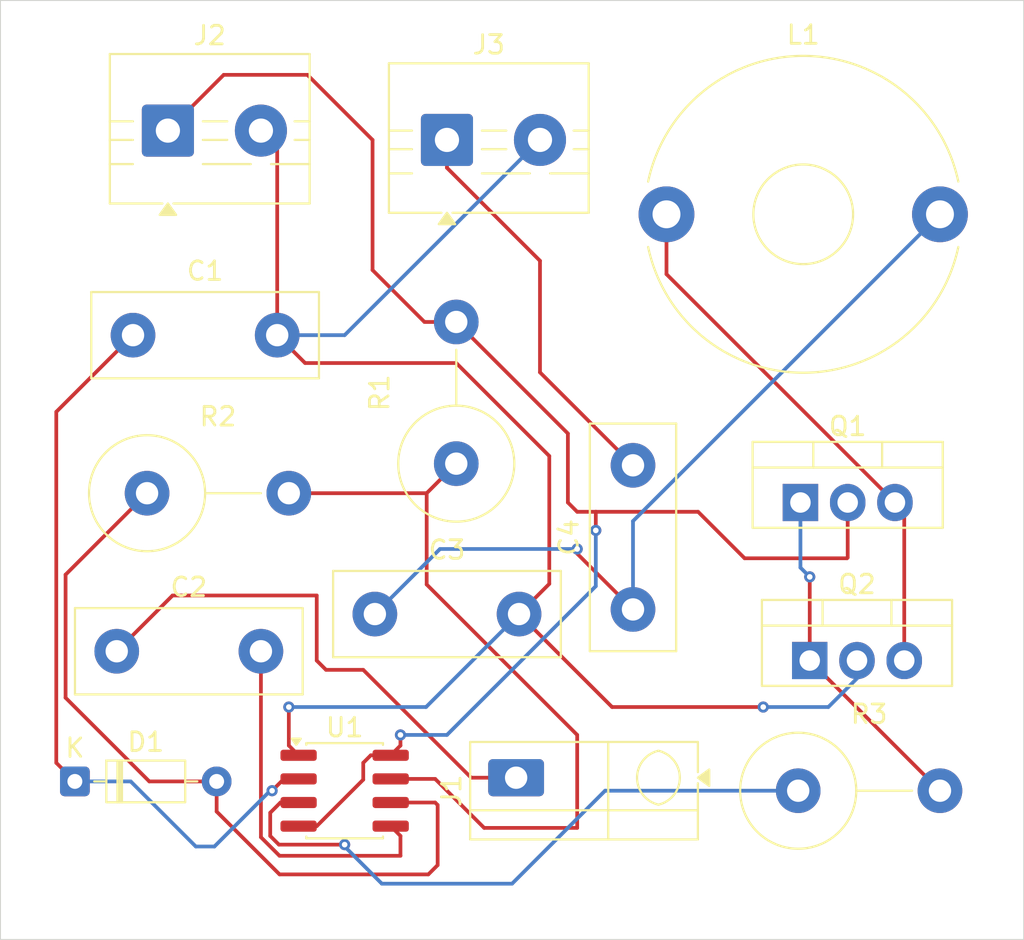
<source format=kicad_pcb>
(kicad_pcb (version 20241229) (generator "pcbnew") (generator_version "9.0")
  (layers (0 "F.Cu" signal) (2 "B.Cu" signal) (13 "F.Paste" user) (15 "B.Paste" user) (5 "F.SilkS" user "F.Silkscreen") (7 "B.SilkS" user "B.Silkscreen") (1 "F.Mask" user) (3 "B.Mask" user) (25 "Edge.Cuts" user))
  (net 0 "")
  (net 1 "Net-(D1-K)")
  (net 2 "Net-(J2-Pin_2)")
  (net 3 "Net-(U1-CV)")
  (net 4 "Net-(J1-Pin_1)")
  (net 5 "Net-(C3-Pad1)")
  (net 6 "Net-(J3-Pin_1)")
  (net 7 "Net-(D1-A)")
  (net 8 "Net-(J2-Pin_1)")
  (net 9 "Net-(Q1-E)")
  (net 10 "Net-(Q1-B)")
  (net 11 "Net-(U1-DIS)")
  (net 12 "Net-(U1-Q)")
  (footprint "Package_SO:SOIC-8_3.9x4.9mm_P1.27mm" (layer "F.Cu") (at 97.5 92.5)
    (property "Reference" "U1" (at 0 -3.4 0) (layer "F.SilkS"))
    (property "Value" "NA555D")
    (fp_line (start -2.06 -2.56) (end 2.06 -2.56) (stroke (width 0.12)) (layer "F.SilkS"))
    (fp_line (start -2.06 -2.465) (end -2.06 -2.56) (stroke (width 0.12)) (layer "F.SilkS"))
    (fp_line (start -2.06 2.56) (end -2.06 2.465) (stroke (width 0.12)) (layer "F.SilkS"))
    (fp_line (start 2.06 -2.56) (end 2.06 -2.465) (stroke (width 0.12)) (layer "F.SilkS"))
    (fp_line (start 2.06 2.465) (end 2.06 2.56) (stroke (width 0.12)) (layer "F.SilkS"))
    (fp_line (start 2.06 2.56) (end -2.06 2.56) (stroke (width 0.12)) (layer "F.SilkS"))
    (fp_poly (pts (xy -2.6 -2.47) (xy -2.84 -2.8) (xy -2.36 -2.8)) (stroke (width 0.12)) (fill yes) (layer "F.SilkS"))
    (pad "1" smd roundrect (at -2.475 -1.905) (size 1.95 0.6) (layers "F.Cu" "F.Mask" "F.Paste") (net 2 "Net-(J2-Pin_2)"))
    (pad "2" smd roundrect (at -2.475 -0.635) (size 1.95 0.6) (layers "F.Cu" "F.Mask" "F.Paste") (net 1 "Net-(D1-K)"))
    (pad "3" smd roundrect (at -2.475 0.635) (size 1.95 0.6) (layers "F.Cu" "F.Mask" "F.Paste") (net 12 "Net-(U1-Q)"))
    (pad "4" smd roundrect (at -2.475 1.905) (size 1.95 0.6) (layers "F.Cu" "F.Mask" "F.Paste") (net 8 "Net-(J2-Pin_1)"))
    (pad "5" smd roundrect (at 2.475 1.905) (size 1.95 0.6) (layers "F.Cu" "F.Mask" "F.Paste") (net 3 "Net-(U1-CV)"))
    (pad "6" smd roundrect (at 2.475 0.635) (size 1.95 0.6) (layers "F.Cu" "F.Mask" "F.Paste") (net 7 "Net-(D1-A)"))
    (pad "7" smd roundrect (at 2.475 -0.635) (size 1.95 0.6) (layers "F.Cu" "F.Mask" "F.Paste") (net 11 "Net-(U1-DIS)"))
    (pad "8" smd roundrect (at 2.475 -1.905) (size 1.95 0.6) (layers "F.Cu" "F.Mask" "F.Paste") (net 8 "Net-(J2-Pin_1)"))
  )
  (footprint "Resistor_THT:R_Axial_DIN0617_L17.0mm_D6.0mm_P7.62mm_Vertical" (layer "F.Cu") (at 103.5 74.91 90)
    (property "Reference" "R1" (at 3.81 -4.12 90) (layer "F.SilkS"))
    (property "Value" "39k")
    (fp_line (start 3.12 0) (end 6.12 0) (stroke (width 0.12)) (layer "F.SilkS"))
    (fp_circle (center 0 0) (end 3.12 0) (stroke (width 0.12)) (fill no) (layer "F.SilkS"))
    (pad "1" thru_hole circle (at 0 0 90) (size 2.4 2.4) (drill 1.2) (layers "*.Cu" "*.Mask") (net 11 "Net-(U1-DIS)"))
    (pad "2" thru_hole circle (at 7.62 0 90) (size 2.4 2.4) (drill 1.2) (layers "*.Cu" "*.Mask") (net 8 "Net-(J2-Pin_1)"))
  )
  (footprint "Diode_THT:D_DO-35_SOD27_P7.62mm_Horizontal" (layer "F.Cu") (at 83 92)
    (property "Reference" "D1" (at 3.81 -2.12 0) (layer "F.SilkS"))
    (property "Value" "1N4148")
    (fp_line (start 1.04 0) (end 1.69 0) (stroke (width 0.12)) (layer "F.SilkS"))
    (fp_line (start 2.29 -1.12) (end 2.29 1.12) (stroke (width 0.12)) (layer "F.SilkS"))
    (fp_line (start 2.41 -1.12) (end 2.41 1.12) (stroke (width 0.12)) (layer "F.SilkS"))
    (fp_line (start 2.53 -1.12) (end 2.53 1.12) (stroke (width 0.12)) (layer "F.SilkS"))
    (fp_line (start 6.58 0) (end 5.93 0) (stroke (width 0.12)) (layer "F.SilkS"))
    (fp_rect (start 1.69 -1.12) (end 5.93 1.12) (stroke (width 0.12)) (fill no) (layer "F.SilkS"))
    (fp_text user "K" (at 0 -1.8 0) (layer "F.SilkS"))
    (pad "1" thru_hole roundrect (at 0 0) (size 1.6 1.6) (drill 0.8) (layers "*.Cu" "*.Mask") (roundrect_rratio 0.15625) (net 1 "Net-(D1-K)"))
    (pad "2" thru_hole circle (at 7.62 0) (size 1.6 1.6) (drill 0.8) (layers "*.Cu" "*.Mask") (net 7 "Net-(D1-A)"))
  )
  (footprint "Inductor_THT:L_Toroid_Horizontal_D16.8mm_P14.70mm_Vishay_TJ3_BigPads" (layer "F.Cu") (at 114.8 61.5)
    (property "Reference" "L1" (at 7.35 -9.65 0) (layer "F.SilkS"))
    (property "Value" "30MH")
    (fp_arc (start -0.986234 -1.76) (mid 7.35 -8.52) (end 15.686234 -1.76) (stroke (width 0.12)) (layer "F.SilkS"))
    (fp_arc (start 15.686234 1.76) (mid 7.35 8.52) (end -0.986234 1.76) (stroke (width 0.12)) (layer "F.SilkS"))
    (fp_circle (center 7.35 0) (end 10.03 0) (stroke (width 0.12)) (fill no) (layer "F.SilkS"))
    (pad "1" thru_hole circle (at 0 0) (size 3 3) (drill 1.5) (layers "*.Cu" "*.Mask") (net 9 "Net-(Q1-E)"))
    (pad "2" thru_hole circle (at 14.7 0) (size 3 3) (drill 1.5) (layers "*.Cu" "*.Mask") (net 5 "Net-(C3-Pad1)"))
  )
  (footprint "Capacitor_THT:C_Disc_D12.0mm_W4.4mm_P7.75mm" (layer "F.Cu") (at 85.25 85)
    (property "Reference" "C2" (at 3.875 -3.45 0) (layer "F.SilkS"))
    (property "Value" "104")
    (fp_line (start -2.245 -2.32) (end 9.995 -2.32) (stroke (width 0.12)) (layer "F.SilkS"))
    (fp_line (start -2.245 2.32) (end -2.245 -2.32) (stroke (width 0.12)) (layer "F.SilkS"))
    (fp_line (start 9.995 -2.32) (end 9.995 2.32) (stroke (width 0.12)) (layer "F.SilkS"))
    (fp_line (start 9.995 2.32) (end -2.245 2.32) (stroke (width 0.12)) (layer "F.SilkS"))
    (pad "1" thru_hole circle (at 0 0) (size 2.4 2.4) (drill 1.2) (layers "*.Cu" "*.Mask") (net 4 "Net-(J1-Pin_1)"))
    (pad "2" thru_hole circle (at 7.75 0) (size 2.4 2.4) (drill 1.2) (layers "*.Cu" "*.Mask") (net 3 "Net-(U1-CV)"))
  )
  (footprint "Capacitor_THT:C_Disc_D12.0mm_W4.4mm_P7.75mm" (layer "F.Cu") (at 99.125 83)
    (property "Reference" "C3" (at 3.875 -3.45 0) (layer "F.SilkS"))
    (property "Value" "104")
    (fp_line (start -2.245 -2.32) (end 9.995 -2.32) (stroke (width 0.12)) (layer "F.SilkS"))
    (fp_line (start -2.245 2.32) (end -2.245 -2.32) (stroke (width 0.12)) (layer "F.SilkS"))
    (fp_line (start 9.995 -2.32) (end 9.995 2.32) (stroke (width 0.12)) (layer "F.SilkS"))
    (fp_line (start 9.995 2.32) (end -2.245 2.32) (stroke (width 0.12)) (layer "F.SilkS"))
    (pad "1" thru_hole circle (at 0 0) (size 2.4 2.4) (drill 1.2) (layers "*.Cu" "*.Mask") (net 5 "Net-(C3-Pad1)"))
    (pad "2" thru_hole circle (at 7.75 0) (size 2.4 2.4) (drill 1.2) (layers "*.Cu" "*.Mask") (net 2 "Net-(J2-Pin_2)"))
  )
  (footprint "TerminalBlock_Degson:TerminalBlock_Degson_DG250-3.5-01P_1x01_P3.50mm_45Degree" (layer "F.Cu") (at 106.7175 91.8 90)
    (property "Reference" "J1" (at -0.7 -3.47 90) (layer "F.SilkS"))
    (property "Value" "signal")
    (fp_line (start 1.92 -2.47) (end 1.92 9.77) (stroke (width 0.12)) (layer "F.SilkS"))
    (fp_line (start -1.75 -2.47) (end -1.75 9.77) (stroke (width 0.12)) (layer "F.SilkS"))
    (fp_line (start -3.32 -2.47) (end 1.92 -2.47) (stroke (width 0.12)) (layer "F.SilkS"))
    (fp_line (start -3.32 4.95) (end 1.92 4.95) (stroke (width 0.12)) (layer "F.SilkS"))
    (fp_line (start 1.92 9.77) (end 0.3 9.77) (stroke (width 0.12)) (layer "F.SilkS"))
    (fp_line (start -0.3 9.77) (end -3.32 9.77) (stroke (width 0.12)) (layer "F.SilkS"))
    (fp_line (start -3.32 9.77) (end -3.32 -2.47) (stroke (width 0.12)) (layer "F.SilkS"))
    (fp_arc (start 1.45 7.65) (mid 0 8.8) (end -1.45 7.65) (stroke (width 0.12)) (layer "F.SilkS"))
    (fp_arc (start -1.45 7.65) (mid 0 6.5) (end 1.45 7.65) (stroke (width 0.12)) (layer "F.SilkS"))
    (fp_poly (pts (xy 0 9.77) (xy 0.44 10.38) (xy -0.44 10.38)) (stroke (width 0.12)) (fill yes) (layer "F.SilkS"))
    (pad "1" thru_hole roundrect (at 0 0 90) (size 2 3) (drill 1.2) (layers "*.Cu" "*.Mask") (roundrect_rratio 0.125) (net 4 "Net-(J1-Pin_1)"))
  )
  (footprint "Capacitor_THT:C_Disc_D12.0mm_W4.4mm_P7.75mm" (layer "F.Cu") (at 86.125 68)
    (property "Reference" "C1" (at 3.875 -3.45 0) (layer "F.SilkS"))
    (property "Value" "220pf")
    (fp_line (start -2.245 -2.32) (end 9.995 -2.32) (stroke (width 0.12)) (layer "F.SilkS"))
    (fp_line (start -2.245 2.32) (end -2.245 -2.32) (stroke (width 0.12)) (layer "F.SilkS"))
    (fp_line (start 9.995 -2.32) (end 9.995 2.32) (stroke (width 0.12)) (layer "F.SilkS"))
    (fp_line (start 9.995 2.32) (end -2.245 2.32) (stroke (width 0.12)) (layer "F.SilkS"))
    (pad "1" thru_hole circle (at 0 0) (size 2.4 2.4) (drill 1.2) (layers "*.Cu" "*.Mask") (net 1 "Net-(D1-K)"))
    (pad "2" thru_hole circle (at 7.75 0) (size 2.4 2.4) (drill 1.2) (layers "*.Cu" "*.Mask") (net 2 "Net-(J2-Pin_2)"))
  )
  (footprint "Package_TO_SOT_THT:TO-220-3_Vertical" (layer "F.Cu") (at 122 77)
    (property "Reference" "Q1" (at 2.54 -4.1 0) (layer "F.SilkS"))
    (property "Value" "TIP41")
    (fp_line (start -2.57 -3.26) (end 7.65 -3.26) (stroke (width 0.12)) (layer "F.SilkS"))
    (fp_line (start -2.57 -1.88) (end 7.65 -1.88) (stroke (width 0.12)) (layer "F.SilkS"))
    (fp_line (start -2.57 1.36) (end -2.57 -3.26) (stroke (width 0.12)) (layer "F.SilkS"))
    (fp_line (start 0.69 -3.26) (end 0.69 -1.88) (stroke (width 0.12)) (layer "F.SilkS"))
    (fp_line (start 4.39 -3.26) (end 4.39 -1.88) (stroke (width 0.12)) (layer "F.SilkS"))
    (fp_line (start 7.65 -3.26) (end 7.65 1.36) (stroke (width 0.12)) (layer "F.SilkS"))
    (fp_line (start 7.65 1.36) (end -2.57 1.36) (stroke (width 0.12)) (layer "F.SilkS"))
    (pad "1" thru_hole rect (at 0 0) (size 1.905 2) (drill 1.1) (layers "*.Cu" "*.Mask") (net 10 "Net-(Q1-B)"))
    (pad "2" thru_hole oval (at 2.54 0) (size 1.905 2) (drill 1.1) (layers "*.Cu" "*.Mask") (net 8 "Net-(J2-Pin_1)"))
    (pad "3" thru_hole oval (at 5.08 0) (size 1.905 2) (drill 1.1) (layers "*.Cu" "*.Mask") (net 9 "Net-(Q1-E)"))
  )
  (footprint "Resistor_THT:R_Axial_DIN0617_L17.0mm_D6.0mm_P7.62mm_Vertical" (layer "F.Cu") (at 86.88 76.5)
    (property "Reference" "R2" (at 3.81 -4.12 0) (layer "F.SilkS"))
    (property "Value" "39k")
    (fp_line (start 3.12 0) (end 6.12 0) (stroke (width 0.12)) (layer "F.SilkS"))
    (fp_circle (center 0 0) (end 3.12 0) (stroke (width 0.12)) (fill no) (layer "F.SilkS"))
    (pad "1" thru_hole circle (at 0 0) (size 2.4 2.4) (drill 1.2) (layers "*.Cu" "*.Mask") (net 7 "Net-(D1-A)"))
    (pad "2" thru_hole circle (at 7.62 0) (size 2.4 2.4) (drill 1.2) (layers "*.Cu" "*.Mask") (net 11 "Net-(U1-DIS)"))
  )
  (footprint "TerminalBlock:TerminalBlock_MaiXu_MX126-5.0-02P_1x02_P5.00mm" (layer "F.Cu") (at 103 57.5)
    (property "Reference" "J3" (at 2.25 -5.12 0) (layer "F.SilkS"))
    (property "Value" "output")
    (fp_line (start -3.12 -4.12) (end 7.62 -4.12) (stroke (width 0.12)) (layer "F.SilkS"))
    (fp_line (start -3.12 -0.5) (end -1.88 -0.5) (stroke (width 0.12)) (layer "F.SilkS"))
    (fp_line (start -3.12 0.5) (end -1.88 0.5) (stroke (width 0.12)) (layer "F.SilkS"))
    (fp_line (start -3.12 1.8) (end -1.88 1.8) (stroke (width 0.12)) (layer "F.SilkS"))
    (fp_line (start -3.12 3.92) (end -3.12 -4.12) (stroke (width 0.12)) (layer "F.SilkS"))
    (fp_line (start -0.3 3.92) (end -3.12 3.92) (stroke (width 0.12)) (layer "F.SilkS"))
    (fp_line (start 1.88 -0.5) (end 3.188 -0.5) (stroke (width 0.12)) (layer "F.SilkS"))
    (fp_line (start 1.88 0.5) (end 3.188 0.5) (stroke (width 0.12)) (layer "F.SilkS"))
    (fp_line (start 1.88 1.8) (end 4.457 1.8) (stroke (width 0.12)) (layer "F.SilkS"))
    (fp_line (start 5.543 1.8) (end 7.62 1.8) (stroke (width 0.12)) (layer "F.SilkS"))
    (fp_line (start 6.812 -0.5) (end 7.62 -0.5) (stroke (width 0.12)) (layer "F.SilkS"))
    (fp_line (start 6.812 0.5) (end 7.62 0.5) (stroke (width 0.12)) (layer "F.SilkS"))
    (fp_line (start 7.62 -4.12) (end 7.62 3.92) (stroke (width 0.12)) (layer "F.SilkS"))
    (fp_line (start 7.62 3.92) (end 0.3 3.92) (stroke (width 0.12)) (layer "F.SilkS"))
    (fp_poly (pts (xy 0 3.92) (xy 0.44 4.53) (xy -0.44 4.53)) (stroke (width 0.12)) (fill yes) (layer "F.SilkS"))
    (pad "1" thru_hole roundrect (at 0 0) (size 2.8 2.8) (drill 1.3) (layers "*.Cu" "*.Mask") (roundrect_rratio 0.089286) (net 6 "Net-(J3-Pin_1)"))
    (pad "2" thru_hole circle (at 5 0) (size 2.8 2.8) (drill 1.3) (layers "*.Cu" "*.Mask") (net 2 "Net-(J2-Pin_2)"))
  )
  (footprint "Resistor_THT:R_Axial_DIN0617_L17.0mm_D6.0mm_P7.62mm_Vertical" (layer "F.Cu") (at 121.88 92.5)
    (property "Reference" "R3" (at 3.81 -4.12 0) (layer "F.SilkS"))
    (property "Value" "100ohm")
    (fp_line (start 3.12 0) (end 6.12 0) (stroke (width 0.12)) (layer "F.SilkS"))
    (fp_circle (center 0 0) (end 3.12 0) (stroke (width 0.12)) (fill no) (layer "F.SilkS"))
    (pad "1" thru_hole circle (at 0 0) (size 2.4 2.4) (drill 1.2) (layers "*.Cu" "*.Mask") (net 12 "Net-(U1-Q)"))
    (pad "2" thru_hole circle (at 7.62 0) (size 2.4 2.4) (drill 1.2) (layers "*.Cu" "*.Mask") (net 10 "Net-(Q1-B)"))
  )
  (footprint "Package_TO_SOT_THT:TO-220-3_Vertical" (layer "F.Cu") (at 122.5 85.5)
    (property "Reference" "Q2" (at 2.54 -4.1 0) (layer "F.SilkS"))
    (property "Value" "TIP42")
    (fp_line (start -2.57 -3.26) (end 7.65 -3.26) (stroke (width 0.12)) (layer "F.SilkS"))
    (fp_line (start -2.57 -1.88) (end 7.65 -1.88) (stroke (width 0.12)) (layer "F.SilkS"))
    (fp_line (start -2.57 1.36) (end -2.57 -3.26) (stroke (width 0.12)) (layer "F.SilkS"))
    (fp_line (start 0.69 -3.26) (end 0.69 -1.88) (stroke (width 0.12)) (layer "F.SilkS"))
    (fp_line (start 4.39 -3.26) (end 4.39 -1.88) (stroke (width 0.12)) (layer "F.SilkS"))
    (fp_line (start 7.65 -3.26) (end 7.65 1.36) (stroke (width 0.12)) (layer "F.SilkS"))
    (fp_line (start 7.65 1.36) (end -2.57 1.36) (stroke (width 0.12)) (layer "F.SilkS"))
    (pad "1" thru_hole rect (at 0 0) (size 1.905 2) (drill 1.1) (layers "*.Cu" "*.Mask") (net 10 "Net-(Q1-B)"))
    (pad "2" thru_hole oval (at 2.54 0) (size 1.905 2) (drill 1.1) (layers "*.Cu" "*.Mask") (net 2 "Net-(J2-Pin_2)"))
    (pad "3" thru_hole oval (at 5.08 0) (size 1.905 2) (drill 1.1) (layers "*.Cu" "*.Mask") (net 9 "Net-(Q1-E)"))
  )
  (footprint "TerminalBlock:TerminalBlock_MaiXu_MX126-5.0-02P_1x02_P5.00mm" (layer "F.Cu") (at 88 57)
    (property "Reference" "J2" (at 2.25 -5.12 0) (layer "F.SilkS"))
    (property "Value" "battery 9volts")
    (fp_line (start -3.12 -4.12) (end 7.62 -4.12) (stroke (width 0.12)) (layer "F.SilkS"))
    (fp_line (start -3.12 -0.5) (end -1.88 -0.5) (stroke (width 0.12)) (layer "F.SilkS"))
    (fp_line (start -3.12 0.5) (end -1.88 0.5) (stroke (width 0.12)) (layer "F.SilkS"))
    (fp_line (start -3.12 1.8) (end -1.88 1.8) (stroke (width 0.12)) (layer "F.SilkS"))
    (fp_line (start -3.12 3.92) (end -3.12 -4.12) (stroke (width 0.12)) (layer "F.SilkS"))
    (fp_line (start -0.3 3.92) (end -3.12 3.92) (stroke (width 0.12)) (layer "F.SilkS"))
    (fp_line (start 1.88 -0.5) (end 3.188 -0.5) (stroke (width 0.12)) (layer "F.SilkS"))
    (fp_line (start 1.88 0.5) (end 3.188 0.5) (stroke (width 0.12)) (layer "F.SilkS"))
    (fp_line (start 1.88 1.8) (end 4.457 1.8) (stroke (width 0.12)) (layer "F.SilkS"))
    (fp_line (start 5.543 1.8) (end 7.62 1.8) (stroke (width 0.12)) (layer "F.SilkS"))
    (fp_line (start 6.812 -0.5) (end 7.62 -0.5) (stroke (width 0.12)) (layer "F.SilkS"))
    (fp_line (start 6.812 0.5) (end 7.62 0.5) (stroke (width 0.12)) (layer "F.SilkS"))
    (fp_line (start 7.62 -4.12) (end 7.62 3.92) (stroke (width 0.12)) (layer "F.SilkS"))
    (fp_line (start 7.62 3.92) (end 0.3 3.92) (stroke (width 0.12)) (layer "F.SilkS"))
    (fp_poly (pts (xy 0 3.92) (xy 0.44 4.53) (xy -0.44 4.53)) (stroke (width 0.12)) (fill yes) (layer "F.SilkS"))
    (pad "1" thru_hole roundrect (at 0 0) (size 2.8 2.8) (drill 1.3) (layers "*.Cu" "*.Mask") (roundrect_rratio 0.089286) (net 8 "Net-(J2-Pin_1)"))
    (pad "2" thru_hole circle (at 5 0) (size 2.8 2.8) (drill 1.3) (layers "*.Cu" "*.Mask") (net 2 "Net-(J2-Pin_2)"))
  )
  (footprint "Capacitor_THT:C_Disc_D12.0mm_W4.4mm_P7.75mm" (layer "F.Cu") (at 113 82.75 90)
    (property "Reference" "C4" (at 3.875 -3.45 90) (layer "F.SilkS"))
    (property "Value" "220uf")
    (fp_line (start 9.995 -2.32) (end 9.995 2.32) (stroke (width 0.12)) (layer "F.SilkS"))
    (fp_line (start -2.245 -2.32) (end 9.995 -2.32) (stroke (width 0.12)) (layer "F.SilkS"))
    (fp_line (start 9.995 2.32) (end -2.245 2.32) (stroke (width 0.12)) (layer "F.SilkS"))
    (fp_line (start -2.245 2.32) (end -2.245 -2.32) (stroke (width 0.12)) (layer "F.SilkS"))
    (pad "1" thru_hole circle (at 0 0 90) (size 2.4 2.4) (drill 1.2) (layers "*.Cu" "*.Mask") (net 5 "Net-(C3-Pad1)"))
    (pad "2" thru_hole circle (at 7.75 0 90) (size 2.4 2.4) (drill 1.2) (layers "*.Cu" "*.Mask") (net 6 "Net-(J3-Pin_1)"))
  )
  (gr_rect (start 79 50) (end 134 100.5) (stroke (width 0.05)) (fill no) (layer "Edge.Cuts"))
  (segment (start 82 91) (end 82 72.125) (width 0.2) (layer "F.Cu") (net 1))
  (segment (start 83 92) (end 82 91) (width 0.2) (layer "F.Cu") (net 1))
  (segment (start 82 72.125) (end 86.125 68) (width 0.2) (layer "F.Cu") (net 1))
  (segment (start 95.025 91.865) (end 94.235 91.865) (width 0.2) (layer "F.Cu") (net 1))
  (segment (start 94.235 91.865) (end 93.6 92.5) (width 0.2) (layer "F.Cu") (net 1))
  (via (at 93.6 92.5) (size 0.6) (drill 0.3) (layers "F.Cu" "B.Cu") (net 1))
  (segment (start 86 92) (end 89.5 95.5) (width 0.2) (layer "B.Cu") (net 1))
  (segment (start 83 92) (end 86 92) (width 0.2) (layer "B.Cu") (net 1))
  (segment (start 93.5 92.5) (end 93.6 92.5) (width 0.2) (layer "B.Cu") (net 1))
  (segment (start 90.5 95.5) (end 93.5 92.5) (width 0.2) (layer "B.Cu") (net 1))
  (segment (start 89.5 95.5) (end 90.5 95.5) (width 0.2) (layer "B.Cu") (net 1))
  (segment (start 95.025 90.595) (end 94.5 90.07) (width 0.2) (layer "F.Cu") (net 2))
  (segment (start 103.5 69.5) (end 95.375 69.5) (width 0.2) (layer "F.Cu") (net 2))
  (segment (start 95.375 69.5) (end 93.875 68) (width 0.2) (layer "F.Cu") (net 2))
  (segment (start 108.5 74.5) (end 103.5 69.5) (width 0.2) (layer "F.Cu") (net 2))
  (segment (start 93.875 68) (end 93.875 57.875) (width 0.2) (layer "F.Cu") (net 2))
  (segment (start 111.875 88) (end 120 88) (width 0.2) (layer "F.Cu") (net 2))
  (segment (start 94.5 90.07) (end 94.5 88) (width 0.2) (layer "F.Cu") (net 2))
  (segment (start 106.875 83) (end 111.875 88) (width 0.2) (layer "F.Cu") (net 2))
  (segment (start 108.5 81.375) (end 108.5 74.5) (width 0.2) (layer "F.Cu") (net 2))
  (segment (start 106.875 83) (end 108.5 81.375) (width 0.2) (layer "F.Cu") (net 2))
  (segment (start 93.875 57.875) (end 93 57) (width 0.2) (layer "F.Cu") (net 2))
  (via (at 120 88) (size 0.6) (drill 0.3) (layers "F.Cu" "B.Cu") (net 2))
  (via (at 94.5 88) (size 0.6) (drill 0.3) (layers "F.Cu" "B.Cu") (net 2))
  (segment (start 106.875 83) (end 101.875 88) (width 0.2) (layer "B.Cu") (net 2))
  (segment (start 108 57.5) (end 97.5 68) (width 0.2) (layer "B.Cu") (net 2))
  (segment (start 125.04 85.5) (end 125.04 86.46) (width 0.2) (layer "B.Cu") (net 2))
  (segment (start 101.875 88) (end 94.5 88) (width 0.2) (layer "B.Cu") (net 2))
  (segment (start 97.5 68) (end 93.875 68) (width 0.2) (layer "B.Cu") (net 2))
  (segment (start 125.04 86.46) (end 123.5 88) (width 0.2) (layer "B.Cu") (net 2))
  (segment (start 123.5 88) (end 120 88) (width 0.2) (layer "B.Cu") (net 2))
  (segment (start 94 96) (end 100.5 96) (width 0.2) (layer "F.Cu") (net 3))
  (segment (start 100.5 96) (end 100.5 94.93) (width 0.2) (layer "F.Cu") (net 3))
  (segment (start 93 85) (end 93 95) (width 0.2) (layer "F.Cu") (net 3))
  (segment (start 100.5 94.93) (end 99.975 94.405) (width 0.2) (layer "F.Cu") (net 3))
  (segment (start 93 95) (end 94 96) (width 0.2) (layer "F.Cu") (net 3))
  (segment (start 96.5 86) (end 96 85.5) (width 0.2) (layer "F.Cu") (net 4))
  (segment (start 96 85.5) (end 96 82) (width 0.2) (layer "F.Cu") (net 4))
  (segment (start 104.3 91.8) (end 98.5 86) (width 0.2) (layer "F.Cu") (net 4))
  (segment (start 98.5 86) (end 96.5 86) (width 0.2) (layer "F.Cu") (net 4))
  (segment (start 88.25 82) (end 85.25 85) (width 0.2) (layer "F.Cu") (net 4))
  (segment (start 96 82) (end 88.25 82) (width 0.2) (layer "F.Cu") (net 4))
  (segment (start 106.7175 91.8) (end 104.3 91.8) (width 0.2) (layer "F.Cu") (net 4))
  (segment (start 113 82.75) (end 110 79.75) (width 0.2) (layer "F.Cu") (net 5))
  (segment (start 110 79.75) (end 110 79.5) (width 0.2) (layer "F.Cu") (net 5))
  (via (at 110 79.5) (size 0.6) (drill 0.3) (layers "F.Cu" "B.Cu") (net 5))
  (segment (start 99.125 83) (end 102.625 79.5) (width 0.2) (layer "B.Cu") (net 5))
  (segment (start 113 82.75) (end 113 78) (width 0.2) (layer "B.Cu") (net 5))
  (segment (start 113 78) (end 129.5 61.5) (width 0.2) (layer "B.Cu") (net 5))
  (segment (start 102.625 79.5) (end 110 79.5) (width 0.2) (layer "B.Cu") (net 5))
  (segment (start 103 59) (end 103 57.5) (width 0.2) (layer "F.Cu") (net 6))
  (segment (start 108 64) (end 103 59) (width 0.2) (layer "F.Cu") (net 6))
  (segment (start 113 75) (end 108 70) (width 0.2) (layer "F.Cu") (net 6))
  (segment (start 108 70) (end 108 64) (width 0.2) (layer "F.Cu") (net 6))
  (segment (start 102.5 96.5) (end 102.5 93.27) (width 0.2) (layer "F.Cu") (net 7))
  (segment (start 82.5 87.5) (end 82.5 80.88) (width 0.2) (layer "F.Cu") (net 7))
  (segment (start 94 97) (end 102 97) (width 0.2) (layer "F.Cu") (net 7))
  (segment (start 90.62 92) (end 87 92) (width 0.2) (layer "F.Cu") (net 7))
  (segment (start 102.5 93.27) (end 102.365 93.135) (width 0.2) (layer "F.Cu") (net 7))
  (segment (start 90.62 93.62) (end 94 97) (width 0.2) (layer "F.Cu") (net 7))
  (segment (start 102.365 93.135) (end 99.975 93.135) (width 0.2) (layer "F.Cu") (net 7))
  (segment (start 82.5 80.88) (end 86.88 76.5) (width 0.2) (layer "F.Cu") (net 7))
  (segment (start 90.62 92) (end 90.62 93.62) (width 0.2) (layer "F.Cu") (net 7))
  (segment (start 87 92) (end 82.5 87.5) (width 0.2) (layer "F.Cu") (net 7))
  (segment (start 102 97) (end 102.5 96.5) (width 0.2) (layer "F.Cu") (net 7))
  (segment (start 119 80) (end 124.5 80) (width 0.2) (layer "F.Cu") (net 8))
  (segment (start 98.5 91) (end 98.905 90.595) (width 0.2) (layer "F.Cu") (net 8))
  (segment (start 95.5 54) (end 99 57.5) (width 0.2) (layer "F.Cu") (net 8))
  (segment (start 116.5 77.5) (end 119 80) (width 0.2) (layer "F.Cu") (net 8))
  (segment (start 103.5 67.29) (end 109.5 73.29) (width 0.2) (layer "F.Cu") (net 8))
  (segment (start 111 77.5) (end 111 78.5) (width 0.2) (layer "F.Cu") (net 8))
  (segment (start 124.5 80) (end 124.54 79.96) (width 0.2) (layer "F.Cu") (net 8))
  (segment (start 124.54 79.96) (end 124.54 77) (width 0.2) (layer "F.Cu") (net 8))
  (segment (start 91 54) (end 95.5 54) (width 0.2) (layer "F.Cu") (net 8))
  (segment (start 99 57.5) (end 99 64.5) (width 0.2) (layer "F.Cu") (net 8))
  (segment (start 88 57) (end 91 54) (width 0.2) (layer "F.Cu") (net 8))
  (segment (start 99 64.5) (end 101.79 67.29) (width 0.2) (layer "F.Cu") (net 8))
  (segment (start 111 77.5) (end 116.5 77.5) (width 0.2) (layer "F.Cu") (net 8))
  (segment (start 101.79 67.29) (end 103.5 67.29) (width 0.2) (layer "F.Cu") (net 8))
  (segment (start 110 77.5) (end 111 77.5) (width 0.2) (layer "F.Cu") (net 8))
  (segment (start 99.975 90.595) (end 100.5 90.07) (width 0.2) (layer "F.Cu") (net 8))
  (segment (start 95.025 94.405) (end 95.999999 94.405) (width 0.2) (layer "F.Cu") (net 8))
  (segment (start 100.5 90.07) (end 100.5 89.5) (width 0.2) (layer "F.Cu") (net 8))
  (segment (start 98.905 90.595) (end 99.975 90.595) (width 0.2) (layer "F.Cu") (net 8))
  (segment (start 109.5 73.29) (end 109.5 77) (width 0.2) (layer "F.Cu") (net 8))
  (segment (start 109.5 77) (end 110 77.5) (width 0.2) (layer "F.Cu") (net 8))
  (segment (start 98.5 91.904999) (end 98.5 91) (width 0.2) (layer "F.Cu") (net 8))
  (segment (start 95.999999 94.405) (end 98.5 91.904999) (width 0.2) (layer "F.Cu") (net 8))
  (via (at 111 78.5) (size 0.6) (drill 0.3) (layers "F.Cu" "B.Cu") (net 8))
  (via (at 100.5 89.5) (size 0.6) (drill 0.3) (layers "F.Cu" "B.Cu") (net 8))
  (segment (start 111 81.5) (end 111 78.5) (width 0.2) (layer "B.Cu") (net 8))
  (segment (start 100.5 89.5) (end 103 89.5) (width 0.2) (layer "B.Cu") (net 8))
  (segment (start 103 89.5) (end 111 81.5) (width 0.2) (layer "B.Cu") (net 8))
  (segment (start 114.8 61.5) (end 114.8 64.72) (width 0.2) (layer "F.Cu") (net 9))
  (segment (start 114.8 64.72) (end 127.08 77) (width 0.2) (layer "F.Cu") (net 9))
  (segment (start 127.58 77.5) (end 127.08 77) (width 0.2) (layer "F.Cu") (net 9))
  (segment (start 127.58 85.5) (end 127.58 77.5) (width 0.2) (layer "F.Cu") (net 9))
  (segment (start 129.5 92.5) (end 122.5 85.5) (width 0.2) (layer "F.Cu") (net 10))
  (segment (start 122.5 85.5) (end 122.5 81) (width 0.2) (layer "F.Cu") (net 10))
  (via (at 122.5 81) (size 0.6) (drill 0.3) (layers "F.Cu" "B.Cu") (net 10))
  (segment (start 122 80.5) (end 122.5 81) (width 0.2) (layer "B.Cu") (net 10))
  (segment (start 122 77) (end 122 80.5) (width 0.2) (layer "B.Cu") (net 10))
  (segment (start 94.5 76.5) (end 101.91 76.5) (width 0.2) (layer "F.Cu") (net 11))
  (segment (start 99.975 91.865) (end 102.365 91.865) (width 0.2) (layer "F.Cu") (net 11))
  (segment (start 105 94.5) (end 110 94.5) (width 0.2) (layer "F.Cu") (net 11))
  (segment (start 101.91 76.5) (end 103.5 74.91) (width 0.2) (layer "F.Cu") (net 11))
  (segment (start 110 89.5) (end 101.91 81.41) (width 0.2) (layer "F.Cu") (net 11))
  (segment (start 101.91 81.41) (end 101.91 76.5) (width 0.2) (layer "F.Cu") (net 11))
  (segment (start 102.365 91.865) (end 105 94.5) (width 0.2) (layer "F.Cu") (net 11))
  (segment (start 110 94.5) (end 110 89.5) (width 0.2) (layer "F.Cu") (net 11))
  (segment (start 95.025 93.135) (end 94.050001 93.135) (width 0.2) (layer "F.Cu") (net 12))
  (segment (start 93.9671 95.4) (end 97.5 95.4) (width 0.2) (layer "F.Cu") (net 12))
  (segment (start 93.5 93.685001) (end 93.5 94.9329) (width 0.2) (layer "F.Cu") (net 12))
  (segment (start 93.5 94.9329) (end 93.9671 95.4) (width 0.2) (layer "F.Cu") (net 12))
  (segment (start 94.050001 93.135) (end 93.5 93.685001) (width 0.2) (layer "F.Cu") (net 12))
  (via (at 97.5 95.4) (size 0.6) (drill 0.3) (layers "F.Cu" "B.Cu") (net 12))
  (segment (start 99.5 97.5) (end 97.5 95.5) (width 0.2) (layer "B.Cu") (net 12))
  (segment (start 121.88 92.5) (end 111.5 92.5) (width 0.2) (layer "B.Cu") (net 12))
  (segment (start 97.5 95.5) (end 97.5 95.4) (width 0.2) (layer "B.Cu") (net 12))
  (segment (start 111.5 92.5) (end 106.5 97.5) (width 0.2) (layer "B.Cu") (net 12))
  (segment (start 106.5 97.5) (end 99.5 97.5) (width 0.2) (layer "B.Cu") (net 12))
)
</source>
